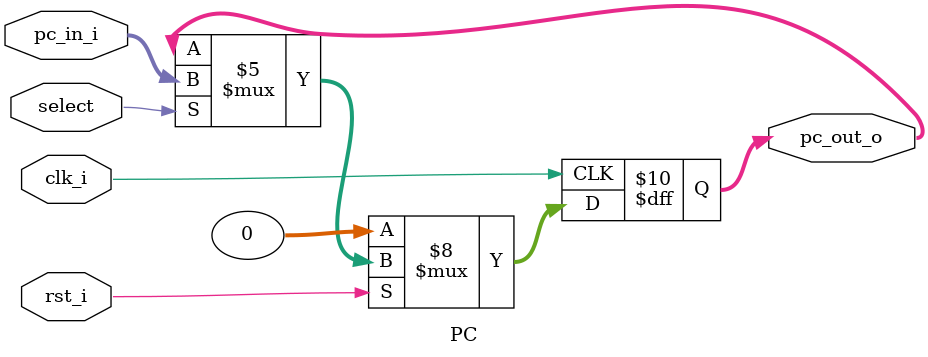
<source format=v>

module PC(
    clk_i,
	rst_i,
	select,
	pc_in_i,
	pc_out_o
	);
     
//I/O ports
input           clk_i;
input	        rst_i;
input 			select;
input  [32-1:0] pc_in_i;
output [32-1:0] pc_out_o;
 
//Internal Signals
reg    [32-1:0] pc_out_o;
 
//Parameter

    
//Main function
always @(posedge clk_i) begin
    if(~rst_i)
	    pc_out_o <= 0;
	else if(select==1)
		pc_out_o <= pc_in_i;
	else
	    pc_out_o <= pc_out_o;
end

endmodule



                    
                    
</source>
